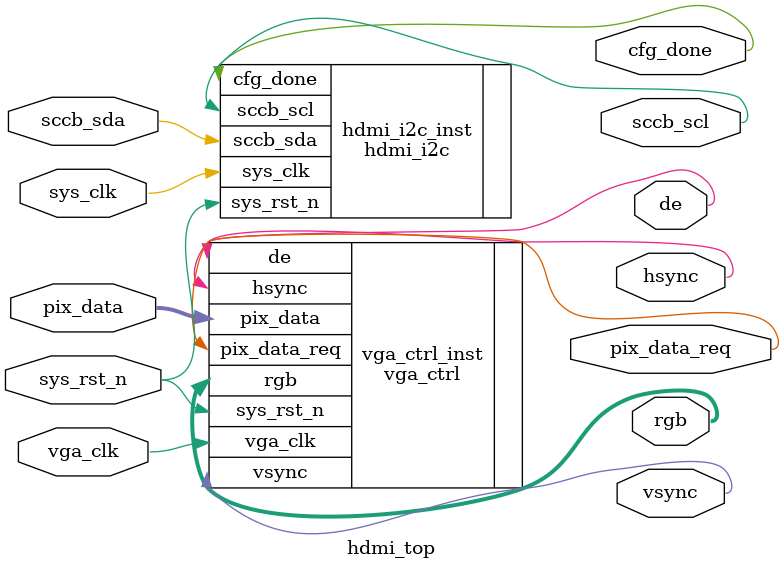
<source format=v>
`timescale 1 ps/ 1 ps

module hdmi_top
(
// system
    input   wire            sys_clk         ,   //sclk = 50MHz
    input   wire            sys_rst_n       ,   //reset: active low
// vga
    input   wire            vga_clk         ,   //vga clk = 75MHz 
    input   wire    [15:0]  pix_data        ,   

    output  wire            pix_data_req    ,
    output  wire            hsync           ,   
    output  wire            vsync           ,   
    output  wire            de              ,
    output  wire    [15:0]  rgb             ,
// hdmi
    output  wire            cfg_done        ,   
    output  wire            sccb_scl        ,   //SCL
    inout   wire            sccb_sda            //SDA

);


//------------- vga_ctrl_inst -------------
vga_ctrl        vga_ctrl_inst
(
// vga/hdmi
    .vga_clk            (vga_clk        ),   //vga clk = 75MHz
    .sys_rst_n          (sys_rst_n      ),   
    .pix_data           (pix_data	    ),   //pixel data               [15:0]
// vga/hdmi
    .pix_data_req       (pix_data_req   ),   
    .hsync              (hsync          ),   
    .vsync              (vsync          ),   
    .de                 (de             ),
    .rgb                (rgb            )    //output rgb info          [15:0]
);


hdmi_i2c        hdmi_i2c_inst(
    .sys_clk            (sys_clk        ),  
    .sys_rst_n          (sys_rst_n      ),  

    .cfg_done           (cfg_done       ),  //hdmi configuration done
    .sccb_scl           (sccb_scl       ),  //SCL
    .sccb_sda           (sccb_sda       )   //SDA
);

endmodule
</source>
